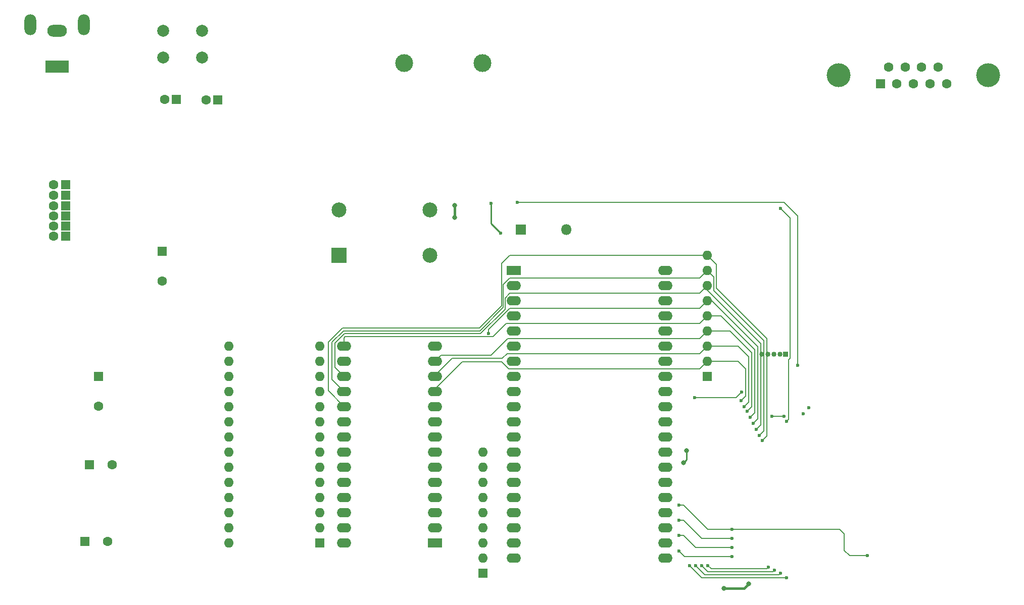
<source format=gbr>
%TF.GenerationSoftware,KiCad,Pcbnew,6.0.4-1.fc35*%
%TF.CreationDate,2022-04-12T19:23:18+05:30*%
%TF.ProjectId,8puter,38707574-6572-42e6-9b69-6361645f7063,rev?*%
%TF.SameCoordinates,Original*%
%TF.FileFunction,Copper,L4,Bot*%
%TF.FilePolarity,Positive*%
%FSLAX46Y46*%
G04 Gerber Fmt 4.6, Leading zero omitted, Abs format (unit mm)*
G04 Created by KiCad (PCBNEW 6.0.4-1.fc35) date 2022-04-12 19:23:18*
%MOMM*%
%LPD*%
G01*
G04 APERTURE LIST*
%TA.AperFunction,ComponentPad*%
%ADD10R,1.600000X1.600000*%
%TD*%
%TA.AperFunction,ComponentPad*%
%ADD11C,1.600000*%
%TD*%
%TA.AperFunction,ComponentPad*%
%ADD12R,0.850000X0.850000*%
%TD*%
%TA.AperFunction,ComponentPad*%
%ADD13O,0.850000X0.850000*%
%TD*%
%TA.AperFunction,ComponentPad*%
%ADD14C,3.000000*%
%TD*%
%TA.AperFunction,ComponentPad*%
%ADD15R,1.800000X1.800000*%
%TD*%
%TA.AperFunction,ComponentPad*%
%ADD16O,1.800000X1.800000*%
%TD*%
%TA.AperFunction,ComponentPad*%
%ADD17R,4.000000X2.000000*%
%TD*%
%TA.AperFunction,ComponentPad*%
%ADD18O,3.300000X2.000000*%
%TD*%
%TA.AperFunction,ComponentPad*%
%ADD19O,2.000000X3.500000*%
%TD*%
%TA.AperFunction,ComponentPad*%
%ADD20O,1.600000X1.600000*%
%TD*%
%TA.AperFunction,ComponentPad*%
%ADD21R,2.400000X1.600000*%
%TD*%
%TA.AperFunction,ComponentPad*%
%ADD22O,2.400000X1.600000*%
%TD*%
%TA.AperFunction,ComponentPad*%
%ADD23R,2.500000X2.500000*%
%TD*%
%TA.AperFunction,ComponentPad*%
%ADD24C,2.500000*%
%TD*%
%TA.AperFunction,ComponentPad*%
%ADD25C,2.000000*%
%TD*%
%TA.AperFunction,ComponentPad*%
%ADD26C,4.000000*%
%TD*%
%TA.AperFunction,ViaPad*%
%ADD27C,0.600000*%
%TD*%
%TA.AperFunction,ViaPad*%
%ADD28C,0.800000*%
%TD*%
%TA.AperFunction,Conductor*%
%ADD29C,0.200000*%
%TD*%
%TA.AperFunction,Conductor*%
%ADD30C,0.150000*%
%TD*%
%TA.AperFunction,Conductor*%
%ADD31C,0.250000*%
%TD*%
%TA.AperFunction,Conductor*%
%ADD32C,0.400000*%
%TD*%
G04 APERTURE END LIST*
D10*
%TO.P,C5,1*%
%TO.N,/Power/PWR*%
X67508000Y-74235000D03*
D11*
%TO.P,C5,2*%
%TO.N,GND*%
X65508000Y-74235000D03*
%TD*%
D10*
%TO.P,C6,1*%
%TO.N,Net-(PWREG1-Pad1)*%
X67508000Y-72535000D03*
D11*
%TO.P,C6,2*%
%TO.N,GND*%
X65508000Y-72535000D03*
%TD*%
D10*
%TO.P,C7,1*%
%TO.N,Net-(PWREG1-Pad1)*%
X67508000Y-70835000D03*
D11*
%TO.P,C7,2*%
%TO.N,GND*%
X65508000Y-70835000D03*
%TD*%
D10*
%TO.P,C8,1*%
%TO.N,Net-(C17-Pad1)*%
X67508000Y-69135000D03*
D11*
%TO.P,C8,2*%
%TO.N,GND*%
X65508000Y-69135000D03*
%TD*%
D10*
%TO.P,C19,1*%
%TO.N,Net-(PWREG1-Pad1)*%
X67508000Y-67335000D03*
D11*
%TO.P,C19,2*%
%TO.N,GND*%
X65508000Y-67335000D03*
%TD*%
D10*
%TO.P,C20,1*%
%TO.N,Net-(C17-Pad1)*%
X67508000Y-65635000D03*
D11*
%TO.P,C20,2*%
%TO.N,GND*%
X65508000Y-65635000D03*
%TD*%
D12*
%TO.P,J4,1,Pin_1*%
%TO.N,/Bus Control/XO2_TMS*%
X188208000Y-94035000D03*
D13*
%TO.P,J4,2,Pin_2*%
%TO.N,/Bus Control/XO2_TCK*%
X187208000Y-94035000D03*
%TO.P,J4,3,Pin_3*%
%TO.N,/Bus Control/XO2_TDI*%
X186208000Y-94035000D03*
%TO.P,J4,4,Pin_4*%
%TO.N,GND*%
X185208000Y-94035000D03*
%TO.P,J4,5,Pin_5*%
%TO.N,/Bus Control/XO2_TDO*%
X184208000Y-94035000D03*
%TD*%
D14*
%TO.P,J3,5,Shield*%
%TO.N,unconnected-(J3-Pad5)*%
X137378000Y-45185000D03*
X124238000Y-45185000D03*
%TD*%
D15*
%TO.P,D1,1,K*%
%TO.N,/Bus Control/RDY_R*%
X143798000Y-73135000D03*
D16*
%TO.P,D1,2,A*%
%TO.N,RDY*%
X151418000Y-73135000D03*
%TD*%
D17*
%TO.P,J1,1*%
%TO.N,/Power/PWR*%
X66103000Y-45796000D03*
D18*
%TO.P,J1,2*%
%TO.N,GND*%
X66103000Y-39796000D03*
D19*
%TO.P,J1,MP*%
%TO.N,N/C*%
X70603000Y-38796000D03*
X61603000Y-38796000D03*
%TD*%
D10*
%TO.P,C14,1*%
%TO.N,+5V*%
X70715349Y-125431000D03*
D11*
%TO.P,C14,2*%
%TO.N,GND*%
X74515349Y-125431000D03*
%TD*%
D10*
%TO.P,RP2,1,common*%
%TO.N,GND*%
X137415000Y-130780000D03*
D20*
%TO.P,RP2,2,R1*%
%TO.N,ADDR11*%
X137415000Y-128240000D03*
%TO.P,RP2,3,R2*%
%TO.N,ADDR10*%
X137415000Y-125700000D03*
%TO.P,RP2,4,R3*%
%TO.N,ADDR9*%
X137415000Y-123160000D03*
%TO.P,RP2,5,R4*%
%TO.N,ADDR8*%
X137415000Y-120620000D03*
%TO.P,RP2,6,R5*%
%TO.N,ADDR7*%
X137415000Y-118080000D03*
%TO.P,RP2,7,R6*%
%TO.N,ADDR6*%
X137415000Y-115540000D03*
%TO.P,RP2,8,R7*%
%TO.N,ADDR5*%
X137415000Y-113000000D03*
%TO.P,RP2,9,R8*%
%TO.N,ADDR4*%
X137415000Y-110460000D03*
%TD*%
D10*
%TO.P,C13,1*%
%TO.N,+5V*%
X71477349Y-112604000D03*
D11*
%TO.P,C13,2*%
%TO.N,GND*%
X75277349Y-112604000D03*
%TD*%
D10*
%TO.P,C3,1*%
%TO.N,/Power/PWR*%
X83708000Y-76732349D03*
D11*
%TO.P,C3,2*%
%TO.N,GND*%
X83708000Y-81732349D03*
%TD*%
D10*
%TO.P,C3,1*%
%TO.N,/Power/PWR*%
X73026000Y-97755349D03*
D11*
%TO.P,C3,2*%
%TO.N,GND*%
X73026000Y-102755349D03*
%TD*%
D10*
%TO.P,C17,1*%
%TO.N,Net-(C17-Pad1)*%
X86087000Y-51267000D03*
D11*
%TO.P,C17,2*%
%TO.N,GND*%
X84087000Y-51267000D03*
%TD*%
D21*
%TO.P,CPU1,1,~{VP}*%
%TO.N,unconnected-(CPU1-Pad1)*%
X142622000Y-79970000D03*
D22*
%TO.P,CPU1,2,RDY*%
%TO.N,RDY*%
X142622000Y-82510000D03*
%TO.P,CPU1,3,~{ABORT}*%
%TO.N,Net-(CPU1-Pad3)*%
X142622000Y-85050000D03*
%TO.P,CPU1,4,~{IRQ}*%
%TO.N,~{IRQ}*%
X142622000Y-87590000D03*
%TO.P,CPU1,5,~{ML}*%
%TO.N,unconnected-(CPU1-Pad5)*%
X142622000Y-90130000D03*
%TO.P,CPU1,6,~{NMI}*%
%TO.N,~{NMI}*%
X142622000Y-92670000D03*
%TO.P,CPU1,7,VPA*%
%TO.N,VPA*%
X142622000Y-95210000D03*
%TO.P,CPU1,8,VDD*%
%TO.N,+5V*%
X142622000Y-97750000D03*
%TO.P,CPU1,9,A0*%
%TO.N,ADDR0*%
X142622000Y-100290000D03*
%TO.P,CPU1,10,A1*%
%TO.N,ADDR1*%
X142622000Y-102830000D03*
%TO.P,CPU1,11,A2*%
%TO.N,ADDR2*%
X142622000Y-105370000D03*
%TO.P,CPU1,12,A3*%
%TO.N,ADDR3*%
X142622000Y-107910000D03*
%TO.P,CPU1,13,A4*%
%TO.N,ADDR4*%
X142622000Y-110450000D03*
%TO.P,CPU1,14,A5*%
%TO.N,ADDR5*%
X142622000Y-112990000D03*
%TO.P,CPU1,15,A6*%
%TO.N,ADDR6*%
X142622000Y-115530000D03*
%TO.P,CPU1,16,A7*%
%TO.N,ADDR7*%
X142622000Y-118070000D03*
%TO.P,CPU1,17,A8*%
%TO.N,ADDR8*%
X142622000Y-120610000D03*
%TO.P,CPU1,18,A9*%
%TO.N,ADDR9*%
X142622000Y-123150000D03*
%TO.P,CPU1,19,A10*%
%TO.N,ADDR10*%
X142622000Y-125690000D03*
%TO.P,CPU1,20,A11*%
%TO.N,ADDR11*%
X142622000Y-128230000D03*
%TO.P,CPU1,21,VSS*%
%TO.N,GND*%
X168022000Y-128230000D03*
%TO.P,CPU1,22,A12*%
%TO.N,ADDR12*%
X168022000Y-125690000D03*
%TO.P,CPU1,23,A13*%
%TO.N,ADDR13*%
X168022000Y-123150000D03*
%TO.P,CPU1,24,A14*%
%TO.N,ADDR14*%
X168022000Y-120610000D03*
%TO.P,CPU1,25,A15*%
%TO.N,ADDR15*%
X168022000Y-118070000D03*
%TO.P,CPU1,26,D7*%
%TO.N,/DBA7*%
X168022000Y-115530000D03*
%TO.P,CPU1,27,D6*%
%TO.N,/DBA6*%
X168022000Y-112990000D03*
%TO.P,CPU1,28,D5*%
%TO.N,/DBA5*%
X168022000Y-110450000D03*
%TO.P,CPU1,29,D4*%
%TO.N,/DBA4*%
X168022000Y-107910000D03*
%TO.P,CPU1,30,D3*%
%TO.N,/DBA3*%
X168022000Y-105370000D03*
%TO.P,CPU1,31,D2*%
%TO.N,/DBA2*%
X168022000Y-102830000D03*
%TO.P,CPU1,32,D1*%
%TO.N,/DBA1*%
X168022000Y-100290000D03*
%TO.P,CPU1,33,D0*%
%TO.N,/DBA0*%
X168022000Y-97750000D03*
%TO.P,CPU1,34,R/~{W}*%
%TO.N,CPU_R~{W}*%
X168022000Y-95210000D03*
%TO.P,CPU1,35,E*%
%TO.N,EMU*%
X168022000Y-92670000D03*
%TO.P,CPU1,36,BE*%
%TO.N,BE*%
X168022000Y-90130000D03*
%TO.P,CPU1,37,\u03D50*%
%TO.N,CLOCK*%
X168022000Y-87590000D03*
%TO.P,CPU1,38,MX*%
%TO.N,unconnected-(CPU1-Pad38)*%
X168022000Y-85050000D03*
%TO.P,CPU1,39,VDA*%
%TO.N,VDA*%
X168022000Y-82510000D03*
%TO.P,CPU1,40,~{RES}*%
%TO.N,RESET*%
X168022000Y-79970000D03*
%TD*%
D23*
%TO.P,CRYSTAL0,1,Tri-State*%
%TO.N,unconnected-(CRYSTAL0-Pad1)*%
X113288000Y-77445000D03*
D24*
%TO.P,CRYSTAL0,7,GND*%
%TO.N,GND*%
X128528000Y-77445000D03*
%TO.P,CRYSTAL0,8,OUT*%
%TO.N,/Clock/CRYSTAL*%
X128528000Y-69825000D03*
%TO.P,CRYSTAL0,14,Vcc*%
%TO.N,+5V*%
X113288000Y-69825000D03*
%TD*%
D10*
%TO.P,C1,1*%
%TO.N,/Power/PWR*%
X93040000Y-51394000D03*
D11*
%TO.P,C1,2*%
%TO.N,GND*%
X91040000Y-51394000D03*
%TD*%
D10*
%TO.P,SRAM1,1,A14*%
%TO.N,ADDR14*%
X110115000Y-125675000D03*
D20*
%TO.P,SRAM1,2,A12*%
%TO.N,ADDR12*%
X110115000Y-123135000D03*
%TO.P,SRAM1,3,A7*%
%TO.N,ADDR7*%
X110115000Y-120595000D03*
%TO.P,SRAM1,4,A6*%
%TO.N,ADDR6*%
X110115000Y-118055000D03*
%TO.P,SRAM1,5,A5*%
%TO.N,ADDR5*%
X110115000Y-115515000D03*
%TO.P,SRAM1,6,A4*%
%TO.N,ADDR4*%
X110115000Y-112975000D03*
%TO.P,SRAM1,7,A3*%
%TO.N,ADDR3*%
X110115000Y-110435000D03*
%TO.P,SRAM1,8,A2*%
%TO.N,ADDR2*%
X110115000Y-107895000D03*
%TO.P,SRAM1,9,A1*%
%TO.N,ADDR1*%
X110115000Y-105355000D03*
%TO.P,SRAM1,10,A0*%
%TO.N,ADDR0*%
X110115000Y-102815000D03*
%TO.P,SRAM1,11,Q0*%
%TO.N,DATA0*%
X110115000Y-100275000D03*
%TO.P,SRAM1,12,Q1*%
%TO.N,DATA1*%
X110115000Y-97735000D03*
%TO.P,SRAM1,13,Q2*%
%TO.N,DATA2*%
X110115000Y-95195000D03*
%TO.P,SRAM1,14,GND*%
%TO.N,GND*%
X110115000Y-92655000D03*
%TO.P,SRAM1,15,Q3*%
%TO.N,DATA3*%
X94875000Y-92655000D03*
%TO.P,SRAM1,16,Q4*%
%TO.N,DATA4*%
X94875000Y-95195000D03*
%TO.P,SRAM1,17,Q5*%
%TO.N,DATA5*%
X94875000Y-97735000D03*
%TO.P,SRAM1,18,Q6*%
%TO.N,DATA6*%
X94875000Y-100275000D03*
%TO.P,SRAM1,19,Q7*%
%TO.N,DATA7*%
X94875000Y-102815000D03*
%TO.P,SRAM1,20,~{CS}*%
%TO.N,/Memory Unit/~{SRAM_CS}*%
X94875000Y-105355000D03*
%TO.P,SRAM1,21,A10*%
%TO.N,ADDR10*%
X94875000Y-107895000D03*
%TO.P,SRAM1,22,~{OE}*%
%TO.N,~{READ}*%
X94875000Y-110435000D03*
%TO.P,SRAM1,23,A11*%
%TO.N,ADDR11*%
X94875000Y-112975000D03*
%TO.P,SRAM1,24,A9*%
%TO.N,ADDR9*%
X94875000Y-115515000D03*
%TO.P,SRAM1,25,A8*%
%TO.N,ADDR8*%
X94875000Y-118055000D03*
%TO.P,SRAM1,26,A13*%
%TO.N,ADDR13*%
X94875000Y-120595000D03*
%TO.P,SRAM1,27,~{WE}*%
%TO.N,~{WRITE}*%
X94875000Y-123135000D03*
%TO.P,SRAM1,28,VCC*%
%TO.N,+5V*%
X94875000Y-125675000D03*
%TD*%
D21*
%TO.P,ROM1,1,A14*%
%TO.N,ADDR14*%
X129394000Y-125675000D03*
D22*
%TO.P,ROM1,2,A12*%
%TO.N,ADDR12*%
X129394000Y-123135000D03*
%TO.P,ROM1,3,A7*%
%TO.N,ADDR7*%
X129394000Y-120595000D03*
%TO.P,ROM1,4,A6*%
%TO.N,ADDR6*%
X129394000Y-118055000D03*
%TO.P,ROM1,5,A5*%
%TO.N,ADDR5*%
X129394000Y-115515000D03*
%TO.P,ROM1,6,A4*%
%TO.N,ADDR4*%
X129394000Y-112975000D03*
%TO.P,ROM1,7,A3*%
%TO.N,ADDR3*%
X129394000Y-110435000D03*
%TO.P,ROM1,8,A2*%
%TO.N,ADDR2*%
X129394000Y-107895000D03*
%TO.P,ROM1,9,A1*%
%TO.N,ADDR1*%
X129394000Y-105355000D03*
%TO.P,ROM1,10,A0*%
%TO.N,ADDR0*%
X129394000Y-102815000D03*
%TO.P,ROM1,11,D0*%
%TO.N,DATA0*%
X129394000Y-100275000D03*
%TO.P,ROM1,12,D1*%
%TO.N,DATA1*%
X129394000Y-97735000D03*
%TO.P,ROM1,13,D2*%
%TO.N,DATA2*%
X129394000Y-95195000D03*
%TO.P,ROM1,14,GND*%
%TO.N,GND*%
X129394000Y-92655000D03*
%TO.P,ROM1,15,D3*%
%TO.N,DATA3*%
X114154000Y-92655000D03*
%TO.P,ROM1,16,D4*%
%TO.N,DATA4*%
X114154000Y-95195000D03*
%TO.P,ROM1,17,D5*%
%TO.N,DATA5*%
X114154000Y-97735000D03*
%TO.P,ROM1,18,D6*%
%TO.N,DATA6*%
X114154000Y-100275000D03*
%TO.P,ROM1,19,D7*%
%TO.N,DATA7*%
X114154000Y-102815000D03*
%TO.P,ROM1,20,~{CS}*%
%TO.N,/Memory Unit/~{ROM_CS}*%
X114154000Y-105355000D03*
%TO.P,ROM1,21,A10*%
%TO.N,ADDR10*%
X114154000Y-107895000D03*
%TO.P,ROM1,22,~{OE}*%
%TO.N,~{READ}*%
X114154000Y-110435000D03*
%TO.P,ROM1,23,A11*%
%TO.N,ADDR11*%
X114154000Y-112975000D03*
%TO.P,ROM1,24,A9*%
%TO.N,ADDR9*%
X114154000Y-115515000D03*
%TO.P,ROM1,25,A8*%
%TO.N,ADDR8*%
X114154000Y-118055000D03*
%TO.P,ROM1,26,A13*%
%TO.N,ADDR13*%
X114154000Y-120595000D03*
%TO.P,ROM1,27,~{WE}*%
%TO.N,Net-(R2-Pad2)*%
X114154000Y-123135000D03*
%TO.P,ROM1,28,VCC*%
%TO.N,+5V*%
X114154000Y-125675000D03*
%TD*%
D10*
%TO.P,RP1,1,common*%
%TO.N,GND*%
X175007000Y-97745000D03*
D20*
%TO.P,RP1,2,R1*%
%TO.N,DATA0*%
X175007000Y-95205000D03*
%TO.P,RP1,3,R2*%
%TO.N,DATA1*%
X175007000Y-92665000D03*
%TO.P,RP1,4,R3*%
%TO.N,DATA2*%
X175007000Y-90125000D03*
%TO.P,RP1,5,R4*%
%TO.N,DATA3*%
X175007000Y-87585000D03*
%TO.P,RP1,6,R5*%
%TO.N,DATA4*%
X175007000Y-85045000D03*
%TO.P,RP1,7,R6*%
%TO.N,DATA5*%
X175007000Y-82505000D03*
%TO.P,RP1,8,R7*%
%TO.N,DATA6*%
X175007000Y-79965000D03*
%TO.P,RP1,9,R8*%
%TO.N,DATA7*%
X175007000Y-77425000D03*
%TD*%
D25*
%TO.P,SW1,1,1*%
%TO.N,GND*%
X83853000Y-39746000D03*
X90353000Y-39746000D03*
%TO.P,SW1,2,2*%
%TO.N,Net-(C11-Pad1)*%
X83853000Y-44246000D03*
X90353000Y-44246000D03*
%TD*%
D26*
%TO.P,J2,0*%
%TO.N,N/C*%
X222098000Y-47245331D03*
X197098000Y-47245331D03*
D10*
%TO.P,J2,1,1*%
%TO.N,unconnected-(J2-Pad1)*%
X204058000Y-48665331D03*
D11*
%TO.P,J2,2,2*%
%TO.N,unconnected-(J2-Pad2)*%
X206828000Y-48665331D03*
%TO.P,J2,3,3*%
%TO.N,unconnected-(J2-Pad3)*%
X209598000Y-48665331D03*
%TO.P,J2,4,4*%
%TO.N,unconnected-(J2-Pad4)*%
X212368000Y-48665331D03*
%TO.P,J2,5,5*%
%TO.N,unconnected-(J2-Pad5)*%
X215138000Y-48665331D03*
%TO.P,J2,6,6*%
%TO.N,unconnected-(J2-Pad6)*%
X205443000Y-45825331D03*
%TO.P,J2,7,7*%
%TO.N,unconnected-(J2-Pad7)*%
X208213000Y-45825331D03*
%TO.P,J2,8,8*%
%TO.N,unconnected-(J2-Pad8)*%
X210983000Y-45825331D03*
%TO.P,J2,9,9*%
%TO.N,unconnected-(J2-Pad9)*%
X213753000Y-45825331D03*
%TD*%
D27*
%TO.N,CLOCK*%
X188308000Y-105335000D03*
X187308000Y-69535000D03*
%TO.N,/Bus Control/~{RDY_R}*%
X190208000Y-95935000D03*
X143208000Y-68535000D03*
%TO.N,VPA*%
X191108000Y-104035000D03*
%TO.N,VDA*%
X192108000Y-103035000D03*
%TO.N,/Bus Control/CPU_W~{R}*%
X185908000Y-104435000D03*
X180808000Y-100435000D03*
X187908000Y-104435000D03*
X172908000Y-101335000D03*
%TO.N,/Bus Control/RDY_R*%
X140408000Y-73735000D03*
X138808000Y-68735000D03*
D28*
%TO.N,GND*%
X171578000Y-110191000D03*
X171070000Y-112223000D03*
D27*
%TO.N,DATA7*%
X184278000Y-108544000D03*
%TO.N,DATA6*%
X183770000Y-107651000D03*
X183262000Y-106635000D03*
%TO.N,DATA4*%
X182754000Y-105619000D03*
X138408000Y-90535000D03*
%TO.N,DATA3*%
X182246000Y-104603000D03*
%TO.N,DATA2*%
X181738000Y-103587000D03*
%TO.N,DATA1*%
X181208000Y-102835000D03*
%TO.N,DATA0*%
X180722000Y-101809000D03*
%TO.N,ADDR14*%
X179198000Y-124923000D03*
X170308000Y-121875000D03*
%TO.N,ADDR12*%
X170308000Y-127082000D03*
X179198000Y-127971000D03*
%TO.N,ADDR13*%
X179198000Y-126447000D03*
X170308000Y-124415000D03*
%TO.N,ADDR15*%
X201892000Y-127844000D03*
X179198000Y-123399000D03*
X170308000Y-119335000D03*
D28*
%TO.N,+5V*%
X177801000Y-133305000D03*
X181996299Y-132538701D03*
X132708000Y-71135000D03*
X132708000Y-69035000D03*
D27*
%TO.N,ADDR23*%
X188342000Y-131527000D03*
X172086000Y-129495000D03*
%TO.N,ADDR22*%
X187326000Y-130802500D03*
X173110598Y-129495000D03*
%TO.N,ADDR21*%
X174130897Y-129499299D03*
X186310000Y-130294500D03*
%TO.N,ADDR20*%
X185294000Y-129786500D03*
X175155420Y-129499223D03*
%TD*%
D29*
%TO.N,CLOCK*%
X188308000Y-105335000D02*
X188708000Y-104935000D01*
X188708000Y-104935000D02*
X188708000Y-94984022D01*
X188708000Y-94984022D02*
X188932511Y-94759511D01*
X188932511Y-94759511D02*
X188932511Y-71159511D01*
X188932511Y-71159511D02*
X187308000Y-69535000D01*
%TO.N,/Bus Control/~{RDY_R}*%
X190208000Y-95935000D02*
X190208000Y-70835000D01*
X187908000Y-68535000D02*
X143208000Y-68535000D01*
X190208000Y-70835000D02*
X187908000Y-68535000D01*
%TO.N,/Bus Control/CPU_W~{R}*%
X180808000Y-100435000D02*
X179908000Y-101335000D01*
X179908000Y-101335000D02*
X172908000Y-101335000D01*
X187908000Y-104435000D02*
X185908000Y-104435000D01*
D30*
%TO.N,DATA7*%
X176581031Y-82936031D02*
X176581031Y-78999031D01*
X185040000Y-91395000D02*
X176581031Y-82936031D01*
X185040000Y-107782000D02*
X185040000Y-91395000D01*
X184278000Y-108544000D02*
X185040000Y-107782000D01*
X176581031Y-78999031D02*
X175007000Y-77425000D01*
D31*
%TO.N,/Bus Control/RDY_R*%
X138808000Y-72135000D02*
X140408000Y-73735000D01*
X138808000Y-68735000D02*
X138808000Y-72135000D01*
%TO.N,GND*%
X171578000Y-111715000D02*
X171070000Y-112223000D01*
X171578000Y-110191000D02*
X171578000Y-111715000D01*
D30*
%TO.N,DATA7*%
X141918000Y-77425000D02*
X175007000Y-77425000D01*
X113930254Y-89617000D02*
X136826000Y-89617000D01*
X140548440Y-78794560D02*
X141918000Y-77425000D01*
X111507000Y-100168000D02*
X111507000Y-92040254D01*
X140548440Y-85894560D02*
X140548440Y-78794560D01*
X114154000Y-102815000D02*
X111507000Y-100168000D01*
X136826000Y-89617000D02*
X140548440Y-85894560D01*
X111507000Y-92040254D02*
X113930254Y-89617000D01*
%TO.N,DATA6*%
X140847960Y-82364440D02*
X141977400Y-81235000D01*
X114057971Y-90125000D02*
X136918000Y-90125000D01*
X136918000Y-90125000D02*
X140847960Y-86195040D01*
X183770000Y-107651000D02*
X184532000Y-106889000D01*
X184532000Y-91776000D02*
X176131511Y-83375511D01*
X176131511Y-83375511D02*
X176131511Y-81089511D01*
X176131511Y-81089511D02*
X175007000Y-79965000D01*
X112179960Y-98300960D02*
X112179960Y-92003011D01*
X114154000Y-100275000D02*
X112179960Y-98300960D01*
X112179960Y-92003011D02*
X114057971Y-90125000D01*
X184532000Y-106889000D02*
X184532000Y-91776000D01*
X173737000Y-81235000D02*
X175007000Y-79965000D01*
X140847960Y-86195040D02*
X140847960Y-82364440D01*
X141977400Y-81235000D02*
X173737000Y-81235000D01*
X112629480Y-92189209D02*
X114244169Y-90574520D01*
X137068480Y-90574520D02*
X141147480Y-86495520D01*
X175007000Y-83267000D02*
X175007000Y-82505000D01*
X184024000Y-92284000D02*
X175007000Y-83267000D01*
X173737000Y-83775000D02*
X175007000Y-82505000D01*
X114154000Y-97735000D02*
X112629480Y-96210480D01*
X112629480Y-96210480D02*
X112629480Y-92189209D01*
X183262000Y-106635000D02*
X184024000Y-105873000D01*
X141147480Y-86495520D02*
X141147480Y-84604920D01*
X114244169Y-90574520D02*
X137068480Y-90574520D01*
X184024000Y-105873000D02*
X184024000Y-92284000D01*
X141147480Y-84604920D02*
X141977400Y-83775000D01*
X141977400Y-83775000D02*
X173737000Y-83775000D01*
%TO.N,DATA4*%
X141977400Y-86315000D02*
X173737000Y-86315000D01*
X138408000Y-90535000D02*
X138408000Y-89884400D01*
X183516000Y-92791282D02*
X175769718Y-85045000D01*
X182754000Y-105619000D02*
X183516000Y-104857000D01*
X183516000Y-104857000D02*
X183516000Y-92791282D01*
X173737000Y-86315000D02*
X175007000Y-85045000D01*
X138408000Y-89884400D02*
X141977400Y-86315000D01*
X175769718Y-85045000D02*
X175007000Y-85045000D01*
%TO.N,DATA3*%
X139124480Y-91082520D02*
X141352000Y-88855000D01*
X173737000Y-88855000D02*
X175007000Y-87585000D01*
X141352000Y-88855000D02*
X173737000Y-88855000D01*
X114154000Y-92655000D02*
X114154000Y-91300407D01*
X177293000Y-87585000D02*
X183008000Y-93300000D01*
X183008000Y-103841000D02*
X182246000Y-104603000D01*
X183008000Y-93300000D02*
X183008000Y-103841000D01*
X175007000Y-87585000D02*
X177293000Y-87585000D01*
X114371887Y-91082520D02*
X139124480Y-91082520D01*
X114154000Y-91300407D02*
X114371887Y-91082520D01*
%TO.N,DATA2*%
X173737000Y-91395000D02*
X175007000Y-90125000D01*
X138812000Y-94189000D02*
X141606000Y-91395000D01*
X141606000Y-91395000D02*
X173737000Y-91395000D01*
X130400000Y-94189000D02*
X138812000Y-94189000D01*
X182500000Y-93808000D02*
X178817000Y-90125000D01*
X182500000Y-102825000D02*
X182500000Y-93808000D01*
X181738000Y-103587000D02*
X182500000Y-102825000D01*
X178817000Y-90125000D02*
X175007000Y-90125000D01*
X129394000Y-95195000D02*
X129404000Y-95205000D01*
X129394000Y-95195000D02*
X130400000Y-94189000D01*
%TO.N,DATA1*%
X180214000Y-92665000D02*
X175007000Y-92665000D01*
X173737000Y-93935000D02*
X175007000Y-92665000D01*
X140669791Y-94744209D02*
X141479000Y-93935000D01*
X129394000Y-97735000D02*
X129394000Y-97638000D01*
X129394000Y-97638000D02*
X132287791Y-94744209D01*
X181992000Y-102051000D02*
X181992000Y-94443000D01*
X132287791Y-94744209D02*
X140669791Y-94744209D01*
X181208000Y-102835000D02*
X181992000Y-102051000D01*
X181992000Y-94443000D02*
X180214000Y-92665000D01*
X141479000Y-93935000D02*
X173737000Y-93935000D01*
%TO.N,DATA0*%
X140590000Y-95332000D02*
X141733000Y-96475000D01*
X129394000Y-100275000D02*
X129394000Y-99924000D01*
X180214000Y-95205000D02*
X175007000Y-95205000D01*
X141733000Y-96475000D02*
X173737000Y-96475000D01*
X181484000Y-96475000D02*
X180214000Y-95205000D01*
X180722000Y-101809000D02*
X181484000Y-101047000D01*
X181484000Y-101047000D02*
X181484000Y-96475000D01*
X129394000Y-99924000D02*
X133986000Y-95332000D01*
X133986000Y-95332000D02*
X140590000Y-95332000D01*
X173737000Y-96475000D02*
X175007000Y-95205000D01*
%TO.N,ADDR14*%
X170308000Y-121875000D02*
X171070000Y-121875000D01*
X174118000Y-124923000D02*
X179198000Y-124923000D01*
X171070000Y-121875000D02*
X174118000Y-124923000D01*
%TO.N,ADDR12*%
X171197000Y-127971000D02*
X179198000Y-127971000D01*
X170308000Y-127082000D02*
X171197000Y-127971000D01*
%TO.N,ADDR13*%
X171070000Y-124415000D02*
X173102000Y-126447000D01*
X173102000Y-126447000D02*
X179198000Y-126447000D01*
X170308000Y-124415000D02*
X171070000Y-124415000D01*
%TO.N,ADDR15*%
X198883000Y-127844000D02*
X197994000Y-126955000D01*
X197232000Y-123399000D02*
X179198000Y-123399000D01*
X170308000Y-119335000D02*
X171070000Y-119335000D01*
X201892000Y-127844000D02*
X198883000Y-127844000D01*
X175134000Y-123399000D02*
X179198000Y-123399000D01*
X197994000Y-124161000D02*
X197232000Y-123399000D01*
X171070000Y-119335000D02*
X175134000Y-123399000D01*
X197994000Y-126955000D02*
X197994000Y-124161000D01*
D32*
%TO.N,+5V*%
X132708000Y-71135000D02*
X132708000Y-69035000D01*
X181230000Y-133305000D02*
X177801000Y-133305000D01*
X181996299Y-132538701D02*
X181230000Y-133305000D01*
D30*
%TO.N,ADDR23*%
X174118000Y-131527000D02*
X172086000Y-129495000D01*
X188342000Y-131527000D02*
X174118000Y-131527000D01*
%TO.N,ADDR22*%
X173110598Y-129503598D02*
X173110598Y-129495000D01*
X187109500Y-131019000D02*
X174626000Y-131019000D01*
X187326000Y-130802500D02*
X187109500Y-131019000D01*
X174626000Y-131019000D02*
X173110598Y-129503598D01*
%TO.N,ADDR21*%
X175142598Y-130511000D02*
X174130897Y-129499299D01*
X186310000Y-130294500D02*
X186093500Y-130511000D01*
X186093500Y-130511000D02*
X175142598Y-130511000D01*
%TO.N,ADDR20*%
X175691197Y-130035000D02*
X175155420Y-129499223D01*
X185045500Y-130035000D02*
X175691197Y-130035000D01*
X185294000Y-129786500D02*
X185045500Y-130035000D01*
%TD*%
M02*

</source>
